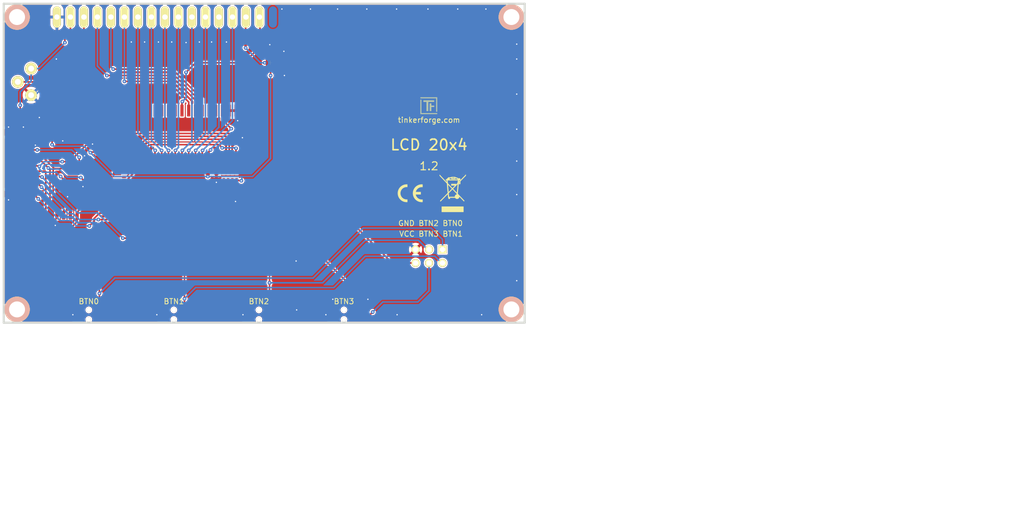
<source format=kicad_pcb>
(kicad_pcb (version 20221018) (generator pcbnew)
  (title_block (title "LCD 20x4 Bricklet") (date "21 jan 2013") (rev "1.1") (company "Tinkerforge GmbH") (comment 1 "Licensed under CERN OHL v.1.1") (comment 2 "Copyright (©) 2011, B.Nordmeyer <bastian@tinkerforge.com>"))
  (layers (0 "F.Cu" signal "Vorderseite") (31 "B.Cu" signal "Rückseite") (34 "B.Paste" user) (35 "F.Paste" user) (36 "B.SilkS" user "B.Silkscreen") (37 "F.SilkS" user "F.Silkscreen") (38 "B.Mask" user) (39 "F.Mask" user) (44 "Edge.Cuts" user))
  (net 0 "")
  (net 1 "+5V")
  (net 2 "BTN1")
  (net 3 "BTN2")
  (net 4 "BTN3")
  (net 5 "BTN4")
  (net 6 "DB0")
  (net 7 "DB1")
  (net 8 "DB2")
  (net 9 "DB3")
  (net 10 "DB4")
  (net 11 "DB5")
  (net 12 "DB6")
  (net 13 "DB7")
  (net 14 "EN")
  (net 15 "GND")
  (net 16 "RS")
  (net 17 "RW")
  (net 18 "SCL")
  (net 19 "SCL2")
  (net 20 "SDA")
  (net 21 "SDA2")
  (net 22 "SEL")
  (net 23 "SW-BACK")
  (net 24 "VCC")
  (net 25 "Net-(C3-Pad1)")
  (net 26 "Net-(FB1-Pad1)")
  (net 27 "Net-(Q1-PadD)")
  (net 28 "Net-(R2-Pad1)")
  (net 29 "Net-(RP1-Pad6)")
  (net 30 "Net-(RP1-Pad7)")
  (net 31 "Net-(RV1-Pad2)")
  (net 32 "Net-(U1-Pad7)")
  (net 33 "Net-(U2-Pad11)")
  (net 34 "Net-(U2-Pad14)")
  (net 35 "Net-(U2-Pad19)")
  (net 36 "Net-(U2-Pad20)")
  (net 37 "Net-(U2-Pad25)")
  (net 38 "Net-(U2-Pad26)")
  (net 39 "Net-(U2-Pad27)")
  (net 40 "Net-(U2-Pad28)")
  (footprint "kicad-libraries:3528-21" (layer "F.Cu") (at 143.42364 81.37652)
    (fp_text reference "C4")
    (fp_text value "100µF/6.3V")
  )
  (footprint "kicad-libraries:DRILL_NP" (layer "F.Cu") (at 187.42406 127.7747)
    (fp_text reference "U7" hide)
    (fp_text value "DRILL" hide)
  )
  (footprint "kicad-libraries:DRILL_NP" (layer "F.Cu") (at 187.42406 72.77608)
    (fp_text reference "U6" hide)
    (fp_text value "DRILL" hide)
  )
  (footprint "kicad-libraries:LCD-20x4" (layer "F.Cu") (at 140.92428 100.27666)
    (fp_text reference "U4")
    (fp_text value "LCD-20X4")
  )
  (footprint "kicad-libraries:DRILL_NP" (layer "F.Cu") (at 94.4245 72.77608)
    (fp_text reference "U5" hide)
    (fp_text value "DRILL" hide)
  )
  (footprint "kicad-libraries:SOIC8" (layer "F.Cu") (at 110.52556 101.5746 -90)
    (fp_text reference "U3")
    (fp_text value "PCA9306D")
  )
  (footprint "kicad-libraries:CON-SENSOR" (layer "F.Cu") (at 91.9226 100.27666 -90)
    (fp_text reference "P1")
    (fp_text value "CON-SENSOR")
  )
  (footprint "kicad-libraries:SOIC28" (layer "F.Cu") (at 128.62306 94.97568)
    (fp_text reference "U2")
    (fp_text value "MCP23017")
  )
  (footprint "kicad-libraries:SOT23GDS" (layer "F.Cu") (at 140.12418 76.9747 180)
    (fp_text reference "Q1")
    (fp_text value "2N7002")
  )
  (footprint "kicad-libraries:TACT-SWITCH" (layer "F.Cu") (at 123.92406 128.77546 180)
    (fp_text reference "SW2")
    (fp_text value "SW_PUSH")
  )
  (footprint "kicad-libraries:TACT-SWITCH" (layer "F.Cu") (at 139.92352 128.77546 180)
    (fp_text reference "SW3")
    (fp_text value "SW_PUSH")
  )
  (footprint "kicad-libraries:TACT-SWITCH" (layer "F.Cu") (at 107.9246 128.77546 180)
    (fp_text reference "SW1")
    (fp_text value "SW_PUSH")
  )
  (footprint "kicad-libraries:SOIC8" (layer "F.Cu") (at 103.82504 107.37342 180)
    (fp_text reference "U1")
    (fp_text value "M24C64")
  )
  (footprint "kicad-libraries:POT_36W" (layer "F.Cu") (at 95.67418 84.9757 -90)
    (fp_text reference "RV1")
    (fp_text value "10k")
  )
  (footprint "kicad-libraries:DRILL_NP" (layer "F.Cu") (at 94.4245 127.7747)
    (fp_text reference "U8" hide)
    (fp_text value "DRILL" hide)
  )
  (footprint "kicad-libraries:0603X4" (layer "F.Cu") (at 134.52602 102.67442 180)
    (fp_text reference "RP1")
    (fp_text value "4.7k")
  )
  (footprint "kicad-libraries:Logo_31x31" (layer "F.Cu") (at 170.3 87.875)
    (fp_text reference "Ref**" hide)
    (fp_text value "Val**" hide)
  )
  (footprint "kicad-libraries:Fiducial_Mark" (layer "F.Cu") (at 93.726 123.7742)
    (fp_text reference "Fiducial_Mark" hide)
    (fp_text value "VAL**" hide)
  )
  (footprint "kicad-libraries:Fiducial_Mark" (layer "F.Cu") (at 181.42458 73.27392)
    (fp_text reference "Fiducial_Mark" hide)
    (fp_text value "VAL**" hide)
  )
  (footprint "kicad-libraries:TACT-SWITCH" (layer "F.Cu") (at 155.92552 128.77292 180)
    (fp_text reference "SW4")
    (fp_text value "SW_PUSH")
  )
  (footprint "kicad-libraries:pin_array_3x2" (layer "F.Cu") (at 171.92498 117.77472 180)
    (fp_text reference "P2")
    (fp_text value "BTN-HEADER" hide)
  )
  (footprint "kicad-libraries:CE_5mm" (layer "F.Cu") (at 168.425 105.925)
    (fp_text reference "VAL" hide)
    (fp_text value "CE_5mm" hide)
  )
  (footprint "kicad-libraries:WEEE_7mm_back" (layer "F.Cu") (at 176.4 105.95 180)
    (fp_text reference "VAL" hide)
    (fp_text value "WEEE_7mm_back" hide)
  )
  (footprint "kicad-libraries:C0603" (layer "F.Cu") (at 103.52278 112.67694)
    (fp_text reference "C1")
    (fp_text value "100nF")
  )
  (footprint "kicad-libraries:C0603" (layer "F.Cu") (at 131.12496 102.07498)
    (fp_text reference "C2")
    (fp_text value "100nF")
  )
  (footprint "kicad-libraries:C0603" (layer "F.Cu") (at 110.52302 96.67494 180)
    (fp_text reference "C3")
    (fp_text value "100nF")
  )
  (footprint "kicad-libraries:C0603" (layer "F.Cu") (at 102.62362 76.47686)
    (fp_text reference "C5")
    (fp_text value "100nF")
  )
  (footprint "kicad-libraries:C0603" (layer "F.Cu") (at 99.32416 95.77578)
    (fp_text reference "FB1")
    (fp_text value "FB")
  )
  (footprint "kicad-libraries:R0603" (layer "F.Cu") (at 110.52556 98.19894)
    (fp_text reference "R1")
    (fp_text value "200k")
  )
  (footprint "kicad-libraries:R0603" (layer "F.Cu") (at 137.42416 76.9747 -90)
    (fp_text reference "R2")
    (fp_text value "10")
  )
  (gr_line (start 189.92342 130.2766) (end 189.92342 70.27418) (stroke (width 0.381)) (layer "Edge.Cuts"))
  (gr_line (start 91.92514 70.27418) (end 91.92514 130.2766) (stroke (width 0.381)) (layer "Edge.Cuts"))
  (gr_line (start 189.92342 70.27418) (end 91.92514 70.27418) (stroke (width 0.381)) (layer "Edge.Cuts"))
  (gr_line (start 91.92514 130.2766) (end 189.92342 130.2766) (stroke (width 0.381)) (layer "Edge.Cuts"))
  (gr_text " GND BTN2 BTN0" (at 171.82592 111.57458) (layer "F.SilkS") (effects (font (size 1.00076 1.00076) (thickness 0.14986))))
  (gr_text "BTN0" (at 107.9246 126.27356) (layer "F.SilkS") (effects (font (size 1.00076 1.00076) (thickness 0.14986))))
  (gr_text "BTN1" (at 123.92406 126.27356) (layer "F.SilkS") (effects (font (size 1.00076 1.00076) (thickness 0.14986))))
  (gr_text "BTN2" (at 139.92606 126.27356) (layer "F.SilkS") (effects (font (size 1.00076 1.00076) (thickness 0.14986))))
  (gr_text " VCC BTN3 BTN1" (at 171.92498 113.57356) (layer "F.SilkS") (effects (font (size 1.00076 1.00076) (thickness 0.14986))))
  (gr_text "tinkerforge.com" (at 171.925 92.15) (layer "F.SilkS") (effects (font (size 1.00076 1.00076) (thickness 0.14986))))
  (gr_text "BTN3" (at 155.92552 126.27356) (layer "F.SilkS") (effects (font (size 1.00076 1.00076) (thickness 0.14986))))
  (gr_text "LCD 20x4" (at 171.925 96.825) (layer "F.SilkS") (effects (font (size 1.99898 1.99898) (thickness 0.29972))))
  (gr_text "1.2" (at 171.925 100.825) (layer "F.SilkS") (effects (font (size 1.50114 1.50114) (thickness 0.20066))))
  (segment (start 130.32486 102.07498) (end 130.32486 99.77628) (width 0.29972) (layer "F.Cu") (net 1))
  (segment (start 130.32486 102.77348) (end 130.32232 102.77602) (width 0.29972) (layer "F.Cu") (net 1))
  (segment (start 136.5758 103.52532) (end 136.62406 103.57358) (width 0.29972) (layer "F.Cu") (net 1))
  (segment (start 108.32338 98.17608) (end 108.22432 98.27514) (width 0.29972) (layer "F.Cu") (net 1))
  (segment (start 137.42416 77.7748) (end 137.42416 78.5749) (width 0.29972) (layer "F.Cu") (net 1))
  (segment (start 130.52552 98.07448) (end 130.52552 99.57562) (width 0.29972) (layer "F.Cu") (net 1))
  (segment (start 134.9248 103.52532) (end 135.7249 103.52532) (width 0.29972) (layer "F.Cu") (net 1))
  (segment (start 100.12426 95.17634) (end 95.02394 90.07602) (width 0.29972) (layer "F.Cu") (net 1))
  (segment (start 133.32714 103.52532) (end 134.12724 103.52532) (width 0.29972) (layer "F.Cu") (net 1))
  (segment (start 103.42372 76.47686) (end 103.52278 76.47686) (width 0.29972) (layer "F.Cu") (net 1))
  (segment (start 130.32486 102.07498) (end 130.32486 102.77348) (width 0.29972) (layer "F.Cu") (net 1))
  (segment (start 109.72292 98.17608) (end 108.32338 98.17608) (width 0.29972) (layer "F.Cu") (net 1))
  (segment (start 101.02342 95.9739) (end 101.02342 96.77654) (width 0.29972) (layer "F.Cu") (net 1))
  (segment (start 130.32486 99.77628) (end 130.52552 99.57562) (width 0.29972) (layer "F.Cu") (net 1))
  (segment (start 103.52278 76.47686) (end 104.46512 75.53452) (width 0.29972) (layer "F.Cu") (net 1))
  (segment (start 100.12426 95.77578) (end 100.12426 95.17634) (width 0.29972) (layer "F.Cu") (net 1))
  (segment (start 100.8253 95.77578) (end 101.02342 95.9739) (width 0.29972) (layer "F.Cu") (net 1))
  (segment (start 95.02394 90.07602) (end 95.02394 89.37498) (width 0.29972) (layer "F.Cu") (net 1))
  (segment (start 141.02334 81.37652) (end 142.12316 81.37652) (width 0.29972) (layer "F.Cu") (net 1))
  (segment (start 133.06552 92.11564) (end 134.72414 93.77426) (width 0.29972) (layer "F.Cu") (net 1))
  (segment (start 130.82524 97.77476) (end 130.52552 98.07448) (width 0.29972) (layer "F.Cu") (net 1))
  (segment (start 142.12316 83.77428) (end 142.12316 81.37652) (width 0.29972) (layer "F.Cu") (net 1))
  (segment (start 135.7249 103.52532) (end 136.5758 103.52532) (width 0.29972) (layer "F.Cu") (net 1))
  (segment (start 103.42372 76.47686) (end 103.42372 77.57668) (width 0.29972) (layer "F.Cu") (net 1))
  (segment (start 134.12724 103.52532) (end 134.9248 103.52532) (width 0.29972) (layer "F.Cu") (net 1))
  (segment (start 133.06552 90.37574) (end 133.06552 92.11564) (width 0.29972) (layer "F.Cu") (net 1))
  (segment (start 104.46512 75.53452) (end 104.46512 72.77608) (width 0.29972) (layer "F.Cu") (net 1))
  (segment (start 100.12426 95.77578) (end 100.8253 95.77578) (width 0.29972) (layer "F.Cu") (net 1))
  (via (at 108.22432 98.27514) (size 0.70104) (drill 0.24892) (layers "F.Cu" "B.Cu") (net 1))
  (via (at 134.72414 93.77426) (size 0.70104) (drill 0.24892) (layers "F.Cu" "B.Cu") (net 1))
  (via (at 130.82524 97.77476) (size 0.70104) (drill 0.24892) (layers "F.Cu" "B.Cu") (net 1))
  (via (at 141.02334 81.37652) (size 0.70104) (drill 0.24892) (layers "F.Cu" "B.Cu") (net 1))
  (via (at 101.02342 96.77654) (size 0.70104) (drill 0.24892) (layers "F.Cu" "B.Cu") (net 1))
  (via (at 130.32232 102.77602) (size 0.70104) (drill 0.24892) (layers "F.Cu" "B.Cu") (net 1))
  (via (at 136.62406 103.57358) (size 0.70104) (drill 0.24892) (layers "F.Cu" "B.Cu") (net 1))
  (via (at 137.42416 78.5749) (size 0.70104) (drill 0.24892) (layers "F.Cu" "B.Cu") (net 1))
  (via (at 103.42372 77.57668) (size 0.70104) (drill 0.24892) (layers "F.Cu" "B.Cu") (net 1))
  (via (at 142.12316 83.77428) (size 0.70104) (drill 0.24892) (layers "F.Cu" "B.Cu") (net 1))
  (via (at 95.02394 89.37498) (size 0.70104) (drill 0.24892) (layers "F.Cu" "B.Cu") (net 1))
  (segment (start 136.62406 103.57358) (end 136.72566 103.47198) (width 0.29972) (layer "B.Cu") (net 1))
  (segment (start 136.72566 102.77602) (end 134.52348 102.77602) (width 0.29972) (layer "B.Cu") (net 1))
  (segment (start 134.72414 93.77426) (end 130.82524 97.67316) (width 0.29972) (layer "B.Cu") (net 1))
  (segment (start 103.42372 77.57668) (end 98.52406 82.47634) (width 0.29972) (layer "B.Cu") (net 1))
  (segment (start 138.72464 102.77602) (end 136.72566 102.77602) (width 0.29972) (layer "B.Cu") (net 1))
  (segment (start 98.52406 82.47634) (end 97.07372 82.47634) (width 0.29972) (layer "B.Cu") (net 1))
  (segment (start 108.22432 98.27768) (end 107.0229 97.07626) (width 0.29972) (layer "B.Cu") (net 1))
  (segment (start 97.07372 84.82584) (end 97.07372 82.47634) (width 0.29972) (layer "B.Cu") (net 1))
  (segment (start 112.72266 102.77602) (end 108.22432 98.27768) (width 0.29972) (layer "B.Cu") (net 1))
  (segment (start 101.32314 97.07626) (end 101.02342 96.77654) (width 0.29972) (layer "B.Cu") (net 1))
  (segment (start 95.02394 89.37498) (end 95.02394 86.87562) (width 0.29972) (layer "B.Cu") (net 1))
  (segment (start 107.0229 97.07626) (end 101.32314 97.07626) (width 0.29972) (layer "B.Cu") (net 1))
  (segment (start 95.02394 86.87562) (end 97.07372 84.82584) (width 0.29972) (layer "B.Cu") (net 1))
  (segment (start 130.32232 102.77602) (end 112.72266 102.77602) (width 0.29972) (layer "B.Cu") (net 1))
  (segment (start 134.52348 102.77602) (end 130.32232 102.77602) (width 0.29972) (layer "B.Cu") (net 1))
  (segment (start 138.72464 102.77602) (end 142.12316 99.3775) (width 0.29972) (layer "B.Cu") (net 1))
  (segment (start 108.22432 98.27514) (end 108.22432 98.27768) (width 0.29972) (layer "B.Cu") (net 1))
  (segment (start 136.72566 103.47198) (end 136.72566 102.77602) (width 0.29972) (layer "B.Cu") (net 1))
  (segment (start 142.12316 99.3775) (end 142.12316 83.77428) (width 0.29972) (layer "B.Cu") (net 1))
  (segment (start 137.42416 78.5749) (end 140.22578 81.37652) (width 0.29972) (layer "B.Cu") (net 1))
  (segment (start 140.22578 81.37652) (end 141.02334 81.37652) (width 0.29972) (layer "B.Cu") (net 1))
  (segment (start 130.82524 97.67316) (end 130.82524 97.77476) (width 0.29972) (layer "B.Cu") (net 1))
  (segment (start 99.82454 111.47552) (end 109.92358 121.57456) (width 0.29972) (layer "F.Cu") (net 2))
  (segment (start 109.92358 121.57456) (end 109.92358 124.77496) (width 0.29972) (layer "F.Cu") (net 2))
  (segment (start 99.82454 101.87686) (end 99.82454 111.47552) (width 0.29972) (layer "F.Cu") (net 2))
  (segment (start 96.6978 101.7778) (end 99.72548 101.7778) (width 0.29972) (layer "F.Cu") (net 2))
  (segment (start 109.92358 124.77496) (end 109.92358 128.77546) (width 0.29972) (layer "F.Cu") (net 2))
  (segment (start 99.72548 101.7778) (end 99.82454 101.87686) (width 0.29972) (layer "F.Cu") (net 2))
  (via (at 109.92358 124.77496) (size 0.70104) (drill 0.24892) (layers "F.Cu" "B.Cu") (net 2))
  (segment (start 109.92358 124.77496) (end 112.82426 121.87428) (width 0.29972) (layer "B.Cu") (net 2))
  (segment (start 174.46498 114.61496) (end 174.46498 116.50472) (width 0.29972) (layer "B.Cu") (net 2))
  (segment (start 159.5247 112.47374) (end 172.32376 112.47374) (width 0.29972) (layer "B.Cu") (net 2))
  (segment (start 112.82426 121.87428) (end 150.12416 121.87428) (width 0.29972) (layer "B.Cu") (net 2))
  (segment (start 150.12416 121.87428) (end 155.12542 116.87302) (width 0.29972) (layer "B.Cu") (net 2))
  (segment (start 172.32376 112.47374) (end 174.46498 114.61496) (width 0.29972) (layer "B.Cu") (net 2))
  (segment (start 155.12542 116.87302) (end 159.5247 112.47374) (width 0.29972) (layer "B.Cu") (net 2))
  (segment (start 114.3254 114.37366) (end 114.3254 114.3762) (width 0.29972) (layer "F.Cu") (net 3))
  (segment (start 114.3254 114.3762) (end 121.22404 114.3762) (width 0.29972) (layer "F.Cu") (net 3))
  (segment (start 125.92304 125.77318) (end 125.92304 128.77546) (width 0.29972) (layer "F.Cu") (net 3))
  (segment (start 99.02444 102.77602) (end 99.1235 102.87508) (width 0.29972) (layer "F.Cu") (net 3))
  (segment (start 125.92304 119.0752) (end 125.92304 125.77318) (width 0.29972) (layer "F.Cu") (net 3))
  (segment (start 125.92558 125.77318) (end 125.92304 125.77318) (width 0.29972) (layer "F.Cu") (net 3))
  (segment (start 121.22404 114.3762) (end 125.92304 119.0752) (width 0.29972) (layer "F.Cu") (net 3))
  (segment (start 96.6978 102.77602) (end 99.02444 102.77602) (width 0.29972) (layer "F.Cu") (net 3))
  (via (at 114.3254 114.37366) (size 0.70104) (drill 0.24892) (layers "F.Cu" "B.Cu") (net 3))
  (via (at 125.92558 125.77318) (size 0.70104) (drill 0.24892) (layers "F.Cu" "B.Cu") (net 3))
  (via (at 99.1235 102.87508) (size 0.70104) (drill 0.24892) (layers "F.Cu" "B.Cu") (net 3))
  (segment (start 174.46498 119.04472) (end 174.29734 119.04472) (width 0.29972) (layer "B.Cu") (net 3))
  (segment (start 105.87482 109.6264) (end 107.57662 109.6264) (width 0.29972) (layer "B.Cu") (net 3))
  (segment (start 99.1235 102.87508) (end 105.87482 109.6264) (width 0.29972) (layer "B.Cu") (net 3))
  (segment (start 128.02362 123.67514) (end 125.92558 125.77318) (width 0.29972) (layer "B.Cu") (net 3))
  (segment (start 173.02734 117.77472) (end 159.92348 117.77472) (width 0.29972) (layer "B.Cu") (net 3))
  (segment (start 154.02306 123.67514) (end 128.02362 123.67514) (width 0.29972) (layer "B.Cu") (net 3))
  (segment (start 159.92348 117.77472) (end 156.92374 120.77446) (width 0.29972) (layer "B.Cu") (net 3))
  (segment (start 174.29734 119.04472) (end 173.02734 117.77472) (width 0.29972) (layer "B.Cu") (net 3))
  (segment (start 109.5756 109.6264) (end 114.32286 114.37366) (width 0.29972) (layer "B.Cu") (net 3))
  (segment (start 156.92374 120.77446) (end 154.02306 123.67514) (width 0.29972) (layer "B.Cu") (net 3))
  (segment (start 114.32286 114.37366) (end 114.3254 114.37366) (width 0.29972) (layer "B.Cu") (net 3))
  (segment (start 107.57662 109.6264) (end 109.5756 109.6264) (width 0.29972) (layer "B.Cu") (net 3))
  (segment (start 109.72546 110.87354) (end 126.02464 110.87354) (width 0.29972) (layer "F.Cu") (net 4))
  (segment (start 132.02158 110.87354) (end 132.12318 110.97514) (width 0.29972) (layer "F.Cu") (net 4))
  (segment (start 141.92504 122.77344) (end 141.9225 122.77344) (width 0.29972) (layer "F.Cu") (net 4))
  (segment (start 141.9225 120.77446) (end 141.9225 122.77344) (width 0.29972) (layer "F.Cu") (net 4))
  (segment (start 96.6978 103.77678) (end 98.02622 103.77678) (width 0.29972) (layer "F.Cu") (net 4))
  (segment (start 132.12318 110.97514) (end 132.12572 110.97514) (width 0.29972) (layer "F.Cu") (net 4))
  (segment (start 141.9225 122.77344) (end 141.9225 128.77546) (width 0.29972) (layer "F.Cu") (net 4))
  (segment (start 132.12572 110.97514) (end 132.12572 110.97768) (width 0.29972) (layer "F.Cu") (net 4))
  (segment (start 132.12572 110.97768) (end 141.9225 120.77446) (width 0.29972) (layer "F.Cu") (net 4))
  (segment (start 98.02622 103.77678) (end 99.02444 104.775) (width 0.29972) (layer "F.Cu") (net 4))
  (segment (start 126.02464 110.87354) (end 132.02158 110.87354) (width 0.29972) (layer "F.Cu") (net 4))
  (via (at 141.92504 122.77344) (size 0.70104) (drill 0.24892) (layers "F.Cu" "B.Cu") (net 4))
  (via (at 99.02444 104.775) (size 0.70104) (drill 0.24892) (layers "F.Cu" "B.Cu") (net 4))
  (via (at 109.72546 110.87354) (size 0.70104) (drill 0.24892) (layers "F.Cu" "B.Cu") (net 4))
  (segment (start 171.92498 116.50472) (end 171.65574 116.50472) (width 0.29972) (layer "B.Cu") (net 4))
  (segment (start 159.92348 114.77498) (end 156.62402 118.07444) (width 0.29972) (layer "B.Cu") (net 4))
  (segment (start 151.92502 122.77344) (end 141.92504 122.77344) (width 0.29972) (layer "B.Cu") (net 4))
  (segment (start 106.12628 110.87354) (end 107.1245 110.87354) (width 0.29972) (layer "B.Cu") (net 4))
  (segment (start 99.02444 104.775) (end 104.0257 109.77626) (width 0.29972) (layer "B.Cu") (net 4))
  (segment (start 156.62402 118.07444) (end 151.92502 122.77344) (width 0.29972) (layer "B.Cu") (net 4))
  (segment (start 169.926 114.77498) (end 159.92348 114.77498) (width 0.29972) (layer "B.Cu") (net 4))
  (segment (start 107.1245 110.87354) (end 109.72546 110.87354) (width 0.29972) (layer "B.Cu") (net 4))
  (segment (start 171.65574 116.50472) (end 169.926 114.77498) (width 0.29972) (layer "B.Cu") (net 4))
  (segment (start 105.029 109.77626) (end 106.12628 110.87354) (width 0.29972) (layer "B.Cu") (net 4))
  (segment (start 104.0257 109.77626) (end 105.029 109.77626) (width 0.29972) (layer "B.Cu") (net 4))
  (segment (start 109.92612 109.67466) (end 143.52524 109.67466) (width 0.29972) (layer "F.Cu") (net 5))
  (segment (start 108.92536 110.67542) (end 109.92612 109.67466) (width 0.29972) (layer "F.Cu") (net 5))
  (segment (start 96.6978 104.77754) (end 96.6978 105.24744) (width 0.29972) (layer "F.Cu") (net 5))
  (segment (start 143.52524 109.67466) (end 157.9245 124.07392) (width 0.29972) (layer "F.Cu") (net 5))
  (segment (start 160.82772 128.77292) (end 161.32556 128.27508) (width 0.29972) (layer "F.Cu") (net 5))
  (segment (start 108.92536 111.1758) (end 108.92536 110.67542) (width 0.29972) (layer "F.Cu") (net 5))
  (segment (start 96.6978 105.24744) (end 98.425 106.97464) (width 0.29972) (layer "F.Cu") (net 5))
  (segment (start 108.0262 112.07496) (end 108.92536 111.1758) (width 0.29972) (layer "F.Cu") (net 5))
  (segment (start 157.9245 124.07392) (end 157.9245 128.77292) (width 0.29972) (layer "F.Cu") (net 5))
  (segment (start 160.82772 128.77292) (end 157.9245 128.77292) (width 0.29972) (layer "F.Cu") (net 5))
  (via (at 98.425 106.97464) (size 0.70104) (drill 0.24892) (layers "F.Cu" "B.Cu") (net 5))
  (via (at 161.32556 128.27508) (size 0.70104) (drill 0.24892) (layers "F.Cu" "B.Cu") (net 5))
  (via (at 108.0262 112.07496) (size 0.70104) (drill 0.24892) (layers "F.Cu" "B.Cu") (net 5))
  (segment (start 161.32556 128.27508) (end 163.22548 126.37516) (width 0.29972) (layer "B.Cu") (net 5))
  (segment (start 171.92498 124.27458) (end 171.92498 122.04446) (width 0.29972) (layer "B.Cu") (net 5))
  (segment (start 104.62514 111.0742) (end 105.6259 112.07496) (width 0.29972) (layer "B.Cu") (net 5))
  (segment (start 171.92498 119.50446) (end 171.92498 119.47144) (width 0.29972) (layer "B.Cu") (net 5))
  (segment (start 171.92498 119.04472) (end 171.92498 122.04446) (width 0.29972) (layer "B.Cu") (net 5))
  (segment (start 169.8244 126.37516) (end 171.92498 124.27458) (width 0.29972) (layer "B.Cu") (net 5))
  (segment (start 102.52456 111.0742) (end 104.62514 111.0742) (width 0.29972) (layer "B.Cu") (net 5))
  (segment (start 98.425 106.97464) (end 102.52456 111.0742) (width 0.29972) (layer "B.Cu") (net 5))
  (segment (start 163.22548 126.37516) (end 169.8244 126.37516) (width 0.29972) (layer "B.Cu") (net 5))
  (segment (start 106.22534 112.07496) (end 108.0262 112.07496) (width 0.29972) (layer "B.Cu") (net 5))
  (segment (start 105.6259 112.07496) (end 106.22534 112.07496) (width 0.29972) (layer "B.Cu") (net 5))
  (segment (start 120.3706 99.57562) (end 120.3706 97.9297) (width 0.29972) (layer "F.Cu") (net 6))
  (segment (start 120.3706 97.9297) (end 120.42394 97.87636) (width 0.29972) (layer "F.Cu") (net 6))
  (via (at 120.42394 97.87636) (size 0.70104) (drill 0.24892) (layers "F.Cu" "B.Cu") (net 6))
  (segment (start 120.42394 97.87636) (end 117.16512 94.61754) (width 0.29972) (layer "B.Cu") (net 6))
  (segment (start 117.16512 94.61754) (end 117.16512 72.77608) (width 0.29972) (layer "B.Cu") (net 6))
  (segment (start 121.6406 97.8916) (end 121.62536 97.87636) (width 0.29972) (layer "F.Cu") (net 7))
  (segment (start 121.6406 99.57562) (end 121.6406 97.8916) (width 0.29972) (layer "F.Cu") (net 7))
  (via (at 121.62536 97.87636) (size 0.70104) (drill 0.24892) (layers "F.Cu" "B.Cu") (net 7))
  (segment (start 121.62536 97.87636) (end 119.70512 95.95612) (width 0.29972) (layer "B.Cu") (net 7))
  (segment (start 119.70512 95.95612) (end 119.70512 72.77608) (width 0.29972) (layer "B.Cu") (net 7))
  (segment (start 122.9106 99.57562) (end 122.9106 97.88906) (width 0.29972) (layer "F.Cu") (net 8))
  (segment (start 122.9106 97.88906) (end 122.9233 97.87636) (width 0.29972) (layer "F.Cu") (net 8))
  (via (at 122.9233 97.87636) (size 0.70104) (drill 0.24892) (layers "F.Cu" "B.Cu") (net 8))
  (segment (start 122.24512 97.19818) (end 122.24512 72.77608) (width 0.29972) (layer "B.Cu") (net 8))
  (segment (start 122.9233 97.87636) (end 122.24512 97.19818) (width 0.29972) (layer "B.Cu") (net 8))
  (segment (start 124.1806 97.91954) (end 124.22378 97.87636) (width 0.29972) (layer "F.Cu") (net 9))
  (segment (start 124.1806 99.57562) (end 124.1806 97.91954) (width 0.29972) (layer "F.Cu") (net 9))
  (via (at 124.22378 97.87636) (size 0.70104) (drill 0.24892) (layers "F.Cu" "B.Cu") (net 9))
  (segment (start 124.78512 97.31502) (end 124.78512 72.77608) (width 0.29972) (layer "B.Cu") (net 9))
  (segment (start 124.22378 97.87636) (end 124.78512 97.31502) (width 0.29972) (layer "B.Cu") (net 9))
  (segment (start 125.4506 97.95002) (end 125.52426 97.87636) (width 0.29972) (layer "F.Cu") (net 10))
  (segment (start 125.4506 99.57562) (end 125.4506 97.95002) (width 0.29972) (layer "F.Cu") (net 10))
  (via (at 125.52426 97.87636) (size 0.70104) (drill 0.24892) (layers "F.Cu" "B.Cu") (net 10))
  (segment (start 127.32512 96.0755) (end 127.32512 72.77608) (width 0.29972) (layer "B.Cu") (net 10))
  (segment (start 125.52426 97.87636) (end 127.32512 96.0755) (width 0.29972) (layer "B.Cu") (net 10))
  (segment (start 126.7206 97.8789) (end 126.72314 97.87636) (width 0.29972) (layer "F.Cu") (net 11))
  (segment (start 126.7206 99.57562) (end 126.7206 97.8789) (width 0.29972) (layer "F.Cu") (net 11))
  (via (at 126.72314 97.87636) (size 0.70104) (drill 0.24892) (layers "F.Cu" "B.Cu") (net 11))
  (segment (start 129.86512 94.73438) (end 129.86512 72.77608) (width 0.29972) (layer "B.Cu") (net 11))
  (segment (start 126.72314 97.87636) (end 129.86512 94.73438) (width 0.29972) (layer "B.Cu") (net 11))
  (segment (start 127.9906 97.90938) (end 128.02362 97.87636) (width 0.29972) (layer "F.Cu") (net 12))
  (segment (start 127.9906 99.57562) (end 127.9906 97.90938) (width 0.29972) (layer "F.Cu") (net 12))
  (via (at 128.02362 97.87636) (size 0.70104) (drill 0.24892) (layers "F.Cu" "B.Cu") (net 12))
  (segment (start 132.40512 93.49486) (end 132.40512 72.77608) (width 0.29972) (layer "B.Cu") (net 12))
  (segment (start 128.02362 97.87636) (end 132.40512 93.49486) (width 0.29972) (layer "B.Cu") (net 12))
  (segment (start 129.25552 99.57562) (end 129.25552 97.94494) (width 0.29972) (layer "F.Cu") (net 13))
  (segment (start 129.25552 97.94494) (end 129.3241 97.87636) (width 0.29972) (layer "F.Cu") (net 13))
  (via (at 129.3241 97.87636) (size 0.70104) (drill 0.24892) (layers "F.Cu" "B.Cu") (net 13))
  (segment (start 129.3241 97.87636) (end 134.94512 92.25534) (width 0.29972) (layer "B.Cu") (net 13))
  (segment (start 134.94512 92.25534) (end 134.94512 72.77608) (width 0.29972) (layer "B.Cu") (net 13))
  (segment (start 122.82424 84.87664) (end 114.62512 84.87664) (width 0.29972) (layer "F.Cu") (net 14))
  (segment (start 126.7206 90.37574) (end 126.7206 88.773) (width 0.29972) (layer "F.Cu") (net 14))
  (segment (start 126.7206 88.773) (end 122.82424 84.87664) (width 0.29972) (layer "F.Cu") (net 14))
  (via (at 114.62512 84.87664) (size 0.70104) (drill 0.24892) (layers "F.Cu" "B.Cu") (net 14))
  (segment (start 114.62512 84.87664) (end 114.62512 72.77608) (width 0.29972) (layer "B.Cu") (net 14))
  (segment (start 96.6978 96.77654) (end 95.67418 96.77654) (width 0.29972) (layer "F.Cu") (net 15))
  (segment (start 131.79552 101.94544) (end 131.92506 102.07498) (width 0.29972) (layer "F.Cu") (net 15))
  (segment (start 95.37446 96.47682) (end 95.37446 93.72346) (width 0.29972) (layer "F.Cu") (net 15))
  (segment (start 118.42242 77.47508) (end 121.02338 77.47508) (width 0.29972) (layer "F.Cu") (net 15))
  (segment (start 102.72268 112.67694) (end 102.3239 112.67694) (width 0.29972) (layer "F.Cu") (net 15))
  (segment (start 128.72466 77.47508) (end 131.02336 77.47508) (width 0.29972) (layer "F.Cu") (net 15))
  (segment (start 126.32436 77.47508) (end 126.22276 77.57668) (width 0.29972) (layer "F.Cu") (net 15))
  (segment (start 128.72466 77.47508) (end 126.32436 77.47508) (width 0.29972) (layer "F.Cu") (net 15))
  (segment (start 101.82352 72.87768) (end 101.92512 72.77608) (width 0.29972) (layer "F.Cu") (net 15))
  (segment (start 143.37284 77.97546) (end 144.62252 79.22514) (width 0.29972) (layer "F.Cu") (net 15))
  (segment (start 144.72412 79.32674) (end 144.62252 79.22514) (width 0.29972) (layer "F.Cu") (net 15))
  (segment (start 107.87634 99.62642) (end 108.34878 99.62642) (width 0.29972) (layer "F.Cu") (net 15))
  (segment (start 101.92258 105.3719) (end 103.124 106.57332) (width 0.29972) (layer "F.Cu") (net 15))
  (segment (start 131.79552 99.57562) (end 131.79552 101.94544) (width 0.29972) (layer "F.Cu") (net 15))
  (segment (start 115.92306 77.47508) (end 118.42242 77.47508) (width 0.29972) (layer "F.Cu") (net 15))
  (segment (start 101.82352 76.47686) (end 101.82352 72.87768) (width 0.29972) (layer "F.Cu") (net 15))
  (segment (start 181.8259 124.67336) (end 181.8259 128.77546) (width 0.29972) (layer "F.Cu") (net 15))
  (segment (start 140.52296 76.9747) (end 134.32282 76.9747) (width 0.29972) (layer "F.Cu") (net 15))
  (segment (start 121.02338 77.47508) (end 123.52274 77.47508) (width 0.29972) (layer "F.Cu") (net 15))
  (segment (start 126.22276 77.57668) (end 123.62434 77.57668) (width 0.29972) (layer "F.Cu") (net 15))
  (segment (start 106.82224 104.67594) (end 105.7275 104.67594) (width 0.29972) (layer "F.Cu") (net 15))
  (segment (start 131.02336 77.47508) (end 133.82244 77.47508) (width 0.29972) (layer "F.Cu") (net 15))
  (segment (start 141.9733 77.97546) (end 143.37284 77.97546) (width 0.29972) (layer "F.Cu") (net 15))
  (segment (start 102.3239 112.67694) (end 101.62286 111.9759) (width 0.29972) (layer "F.Cu") (net 15))
  (segment (start 101.92258 104.67594) (end 101.92258 105.3719) (width 0.29972) (layer "F.Cu") (net 15))
  (segment (start 105.92562 128.77546) (end 104.92486 128.77546) (width 0.29972) (layer "F.Cu") (net 15))
  (segment (start 144.72412 81.37652) (end 144.72412 83.77428) (width 0.29972) (layer "F.Cu") (net 15))
  (segment (start 165.8239 71.27494) (end 160.2232 71.27494) (width 0.29972) (layer "F.Cu") (net 15))
  (segment (start 154.7241 71.27494) (end 149.62378 71.27494) (width 0.29972) (layer "F.Cu") (net 15))
  (segment (start 182.92572 71.57466) (end 182.92572 74.67346) (width 0.29972) (layer "F.Cu") (net 15))
  (segment (start 136.92378 128.77546) (end 137.92454 128.77546) (width 0.29972) (layer "F.Cu") (net 15))
  (segment (start 123.62434 77.57668) (end 123.52274 77.47508) (width 0.29972) (layer "F.Cu") (net 15))
  (segment (start 147.02536 118.77548) (end 147.02536 127.87376) (width 0.29972) (layer "F.Cu") (net 15))
  (segment (start 101.82352 80.67548) (end 101.82352 76.47686) (width 0.29972) (layer "F.Cu") (net 15))
  (segment (start 103.0224 97.07626) (end 103.0224 96.0755) (width 0.29972) (layer "F.Cu") (net 15))
  (segment (start 103.0224 96.0755) (end 98.62312 91.67622) (width 0.29972) (layer "F.Cu") (net 15))
  (segment (start 141.01318 77.46492) (end 141.01318 77.9907) (width 0.29972) (layer "F.Cu") (net 15))
  (segment (start 92.82176 93.47708) (end 92.8243 93.47454) (width 0.29972) (layer "F.Cu") (net 15))
  (segment (start 92.82176 94.47784) (end 92.82176 93.47708) (width 0.29972) (layer "F.Cu") (net 15))
  (segment (start 120.72366 128.77546) (end 121.92508 128.77546) (width 0.29972) (layer "F.Cu") (net 15))
  (segment (start 131.92506 102.07498) (end 131.92506 103.87584) (width 0.29972) (layer "F.Cu") (net 15))
  (segment (start 95.67418 96.77654) (end 95.37446 96.47682) (width 0.29972) (layer "F.Cu") (net 15))
  (segment (start 135.92556 92.27312) (end 135.60552 91.95308) (width 0.29972) (layer "F.Cu") (net 15))
  (segment (start 92.8243 107.1753) (end 92.82176 107.17276) (width 0.29972) (layer "F.Cu") (net 15))
  (segment (start 177.32502 71.27494) (end 171.72432 71.27494) (width 0.29972) (layer "F.Cu") (net 15))
  (segment (start 109.72292 96.67494) (end 108.6231 96.67494) (width 0.29972) (layer "F.Cu") (net 15))
  (segment (start 144.72412 81.37652) (end 144.72412 79.32674) (width 0.29972) (layer "F.Cu") (net 15))
  (segment (start 92.82176 107.17276) (end 92.82176 106.07548) (width 0.29972) (layer "F.Cu") (net 15))
  (segment (start 165.92296 127.57404) (end 164.2237 125.87478) (width 0.29972) (layer "F.Cu") (net 15))
  (segment (start 182.92572 71.57466) (end 182.626 71.27494) (width 0.29972) (layer "F.Cu") (net 15))
  (segment (start 105.7275 104.67594) (end 104.4575 104.67594) (width 0.29972) (layer "F.Cu") (net 15))
  (segment (start 96.6978 96.77654) (end 97.77476 96.77654) (width 0.29972) (layer "F.Cu") (net 15))
  (segment (start 188.42482 99.87534) (end 188.42482 93.87586) (width 0.29972) (layer "F.Cu") (net 15))
  (segment (start 97.77476 96.77654) (end 97.87382 96.8756) (width 0.29972) (layer "F.Cu") (net 15))
  (segment (start 135.60552 90.37574) (end 135.60552 91.95308) (width 0.29972) (layer "F.Cu") (net 15))
  (segment (start 139.02436 97.67316) (end 136.82472 95.47352) (width 0.29972) (layer "F.Cu") (net 15))
  (segment (start 134.32282 76.9747) (end 133.82244 77.47508) (width 0.29972) (layer "F.Cu") (net 15))
  (segment (start 147.02536 118.77548) (end 146.92376 118.67388) (width 0.29972) (layer "F.Cu") (net 15))
  (segment (start 95.37446 93.72346) (end 95.62338 93.47454) (width 0.29972) (layer "F.Cu") (net 15))
  (segment (start 108.6231 96.67494) (end 108.52404 96.67494) (width 0.29972) (layer "F.Cu") (net 15))
  (segment (start 164.2237 125.87478) (end 160.4264 125.87478) (width 0.29972) (layer "F.Cu") (net 15))
  (segment (start 153.82494 125.87478) (end 152.52446 127.17526) (width 0.29972) (layer "F.Cu") (net 15))
  (segment (start 103.124 106.57332) (end 103.9241 106.57332) (width 0.29972) (layer "F.Cu") (net 15))
  (segment (start 165.92296 128.77546) (end 165.92296 127.57404) (width 0.29972) (layer "F.Cu") (net 15))
  (segment (start 92.82176 106.07548) (end 92.82176 94.47784) (width 0.29972) (layer "F.Cu") (net 15))
  (segment (start 107.87634 99.62642) (end 107.1245 98.87458) (width 0.29972) (layer "F.Cu") (net 15))
  (segment (start 139.02436 103.9749) (end 139.02436 97.67316) (width 0.29972) (layer "F.Cu") (net 15))
  (segment (start 139.02436 103.9749) (end 135.52424 107.47502) (width 0.29972) (layer "F.Cu") (net 15))
  (segment (start 107.1245 98.07448) (end 107.1245 98.87458) (width 0.29972) (layer "F.Cu") (net 15))
  (segment (start 188.42482 113.87582) (end 188.42482 106.17454) (width 0.29972) (layer "F.Cu") (net 15))
  (segment (start 106.82478 104.6734) (end 106.82224 104.67594) (width 0.29972) (layer "F.Cu") (net 15))
  (segment (start 108.52404 96.67494) (end 107.1245 98.07448) (width 0.29972) (layer "F.Cu") (net 15))
  (segment (start 141.95806 77.9907) (end 141.9733 77.97546) (width 0.29972) (layer "F.Cu") (net 15))
  (segment (start 188.42482 122.37466) (end 184.1246 122.37466) (width 0.29972) (layer "F.Cu") (net 15))
  (segment (start 182.92572 74.67346) (end 186.12612 77.87386) (width 0.29972) (layer "F.Cu") (net 15))
  (segment (start 152.52446 127.17526) (end 152.52446 128.77546) (width 0.29972) (layer "F.Cu") (net 15))
  (segment (start 141.01318 77.9907) (end 141.95806 77.9907) (width 0.29972) (layer "F.Cu") (net 15))
  (segment (start 188.42482 77.87386) (end 186.12612 77.87386) (width 0.29972) (layer "F.Cu") (net 15))
  (segment (start 181.8259 124.67336) (end 184.1246 122.37466) (width 0.29972) (layer "F.Cu") (net 15))
  (segment (start 135.60552 90.37574) (end 134.33552 90.37574) (width 0.29972) (layer "F.Cu") (net 15))
  (segment (start 141.01318 77.46492) (end 140.52296 76.9747) (width 0.29972) (layer "F.Cu") (net 15))
  (segment (start 188.42482 87.2744) (end 188.42482 80.67548) (width 0.29972) (layer "F.Cu") (net 15))
  (via (at 106.82478 104.6734) (size 0.70104) (drill 0.24892) (layers "F.Cu" "B.Cu") (net 15))
  (via (at 165.92296 128.77546) (size 0.70104) (drill 0.24892) (layers "F.Cu" "B.Cu") (net 15))
  (via (at 147.02536 127.87376) (size 0.70104) (drill 0.24892) (layers "F.Cu" "B.Cu") (net 15))
  (via (at 160.4264 125.87478) (size 0.70104) (drill 0.24892) (layers "F.Cu" "B.Cu") (net 15))
  (via (at 120.72366 128.77546) (size 0.70104) (drill 0.24892) (layers "F.Cu" "B.Cu") (net 15))
  (via (at 188.42482 93.87586) (size 0.70104) (drill 0.24892) (layers "F.Cu" "B.Cu") (net 15))
  (via (at 146.92376 118.67388) (size 0.70104) (drill 0.24892) (layers "F.Cu" "B.Cu") (net 15))
  (via (at 133.82244 77.47508) (size 0.70104) (drill 0.24892) (layers "F.Cu" "B.Cu") (net 15))
  (via (at 153.82494 125.87478) (size 0.70104) (drill 0.24892) (layers "F.Cu" "B.Cu") (net 15))
  (via (at 126.22276 77.57668) (size 0.70104) (drill 0.24892) (layers "F.Cu" "B.Cu") (net 15))
  (via (at 188.42482 122.37466) (size 0.70104) (drill 0.24892) (layers "F.Cu" "B.Cu") (net 15))
  (via (at 103.9241 106.57332) (size 0.70104) (drill 0.24892) (layers "F.Cu" "B.Cu") (net 15))
  (via (at 98.62312 91.67622) (size 0.70104) (drill 0.24892) (layers "F.Cu" "B.Cu") (net 15))
  (via (at 188.42482 106.17454) (size 0.70104) (drill 0.24892) (layers "F.Cu" "B.Cu") (net 15))
  (via (at 136.82472 95.47352) (size 0.70104) (drill 0.24892) (layers "F.Cu" "B.Cu") (net 15))
  (via (at 160.2232 71.27494) (size 0.70104) (drill 0.24892) (layers "F.Cu" "B.Cu") (net 15))
  (via (at 144.62252 79.22514) (size 0.70104) (drill 0.24892) (layers "F.Cu" "B.Cu") (net 15))
  (via (at 118.42242 77.47508) (size 0.70104) (drill 0.24892) (layers "F.Cu" "B.Cu") (net 15))
  (via (at 188.42482 80.67548) (size 0.70104) (drill 0.24892) (layers "F.Cu" "B.Cu") (net 15))
  (via (at 128.72466 77.47508) (size 0.70104) (drill 0.24892) (layers "F.Cu" "B.Cu") (net 15))
  (via (at 181.8259 128.77546) (size 0.70104) (drill 0.24892) (layers "F.Cu" "B.Cu") (net 15))
  (via (at 177.32502 71.27494) (size 0.70104) (drill 0.24892) (layers "F.Cu" "B.Cu") (net 15))
  (via (at 97.87382 96.8756) (size 0.70104) (drill 0.24892) (layers "F.Cu" "B.Cu") (net 15))
  (via (at 135.92556 92.27312) (size 0.70104) (drill 0.24892) (layers "F.Cu" "B.Cu") (net 15))
  (via (at 131.92506 103.87584) (size 0.70104) (drill 0.24892) (layers "F.Cu" "B.Cu") (net 15))
  (via (at 188.42482 87.2744) (size 0.70104) (drill 0.24892) (layers "F.Cu" "B.Cu") (net 15))
  (via (at 154.7241 71.27494) (size 0.70104) (drill 0.24892) (layers "F.Cu" "B.Cu") (net 15))
  (via (at 92.8243 107.1753) (size 0.70104) (drill 0.24892) (layers "F.Cu" "B.Cu") (net 15))
  (via (at 92.8243 93.47454) (size 0.70104) (drill 0.24892) (layers "F.Cu" "B.Cu") (net 15))
  (via (at 101.62286 111.9759) (size 0.70104) (drill 0.24892) (layers "F.Cu" "B.Cu") (net 15))
  (via (at 144.72412 83.77428) (size 0.70104) (drill 0.24892) (layers "F.Cu" "B.Cu") (net 15))
  (via (at 101.82352 80.67548) (size 0.70104) (drill 0.24892) (layers "F.Cu" "B.Cu") (net 15))
  (via (at 107.1245 98.87458) (size 0.70104) (drill 0.24892) (layers "F.Cu" "B.Cu") (net 15))
  (via (at 171.72432 71.27494) (size 0.70104) (drill 0.24892) (layers "F.Cu" "B.Cu") (net 15))
  (via (at 188.42482 77.87386) (size 0.70104) (drill 0.24892) (layers "F.Cu" "B.Cu") (net 15))
  (via (at 141.9733 77.97546) (size 0.70104) (drill 0.24892) (layers "F.Cu" "B.Cu") (net 15))
  (via (at 104.92486 128.77546) (size 0.70104) (drill 0.24892) (layers "F.Cu" "B.Cu") (net 15))
  (via (at 115.92306 77.47508) (size 0.70104) (drill 0.24892) (layers "F.Cu" "B.Cu") (net 15))
  (via (at 149.62378 71.27494) (size 0.70104) (drill 0.24892) (layers "F.Cu" "B.Cu") (net 15))
  (via (at 144.24914 71.27494) (size 0.70104) (drill 0.24892) (layers "F.Cu" "B.Cu") (net 15))
  (via (at 108.6231 96.67494) (size 0.70104) (drill 0.24892) (layers "F.Cu" "B.Cu") (net 15))
  (via (at 188.42482 99.87534) (size 0.70104) (drill 0.24892) (layers "F.Cu" "B.Cu") (net 15))
  (via (at 131.02336 77.47508) (size 0.70104) (drill 0.24892) (layers "F.Cu" "B.Cu") (net 15))
  (via (at 135.52424 107.47502) (size 0.70104) (drill 0.24892) (layers "F.Cu" "B.Cu") (net 15))
  (via (at 136.92378 128.77546) (size 0.70104) (drill 0.24892) (layers "F.Cu" "B.Cu") (net 15))
  (via (at 152.52446 128.77546) (size 0.70104) (drill 0.24892) (layers "F.Cu" "B.Cu") (net 15))
  (via (at 121.02338 77.47508) (size 0.70104) (drill 0.24892) (layers "F.Cu" "B.Cu") (net 15))
  (via (at 188.42482 113.87582) (size 0.70104) (drill 0.24892) (layers "F.Cu" "B.Cu") (net 15))
  (via (at 165.8239 71.27494) (size 0.70104) (drill 0.24892) (layers "F.Cu" "B.Cu") (net 15))
  (via (at 182.626 71.27494) (size 0.70104) (drill 0.24892) (layers "F.Cu" "B.Cu") (net 15))
  (via (at 95.62338 93.47454) (size 0.70104) (drill 0.24892) (layers "F.Cu" "B.Cu") (net 15))
  (via (at 103.0224 96.0755) (size 0.70104) (drill 0.24892) (layers "F.Cu" "B.Cu") (net 15))
  (via (at 123.52274 77.47508) (size 0.70104) (drill 0.24892) (layers "F.Cu" "B.Cu") (net 15))
  (segment (start 108.0262 101.37394) (end 108.0262 103.47198) (width 0.29972) (layer "B.Cu") (net 15))
  (segment (start 104.92486 126.47676) (end 101.62286 123.17476) (width 0.29972) (layer "B.Cu") (net 15))
  (segment (start 149.62378 71.27494) (end 144.24914 71.27494) (width 0.29972) (layer "B.Cu") (net 15))
  (segment (start 146.92376 85.97392) (end 146.92376 118.67388) (width 0.29972) (layer "B.Cu") (net 15))
  (segment (start 144.62252 79.22514) (end 144.67332 79.22514) (width 0.29972) (layer "B.Cu") (net 15))
  (segment (start 146.92376 126.87554) (end 145.02384 128.77546) (width 0.29972) (layer "B.Cu") (net 15))
  (segment (start 160.4264 125.87478) (end 153.82494 125.87478) (width 0.29972) (layer "B.Cu") (net 15))
  (segment (start 131.92506 103.87584) (end 135.52424 107.47502) (width 0.29972) (layer "B.Cu") (net 15))
  (segment (start 106.82478 106.17454) (end 106.82478 104.6734) (width 0.29972) (layer "B.Cu") (net 15))
  (segment (start 114.12728 117.07368) (end 116.02466 115.1763) (width 0.29972) (layer "B.Cu") (net 15))
  (segment (start 188.42482 93.87586) (end 188.42482 87.2744) (width 0.29972) (layer "B.Cu") (net 15))
  (segment (start 97.52584 111.87684) (end 92.8243 107.1753) (width 0.29972) (layer "B.Cu") (net 15))
  (segment (start 95.62338 93.47454) (end 92.8243 93.47454) (width 0.29972) (layer "B.Cu") (net 15))
  (segment (start 165.92296 128.77546) (end 181.8259 128.77546) (width 0.29972) (layer "B.Cu") (net 15))
  (segment (start 146.92376 126.87554) (end 146.9263 126.87554) (width 0.29972) (layer "B.Cu") (net 15))
  (segment (start 98.62312 91.67622) (end 98.62312 89.02446) (width 0.29972) (layer "B.Cu") (net 15))
  (segment (start 107.42422 95.47606) (end 103.62184 95.47606) (width 0.29972) (layer "B.Cu") (net 15))
  (segment (start 107.1245 98.87458) (end 107.1245 100.47224) (width 0.29972) (layer "B.Cu") (net 15))
  (segment (start 136.82472 95.47352) (end 135.92556 94.57436) (width 0.29972) (layer "B.Cu") (net 15))
  (segment (start 116.02466 115.1763) (end 116.02466 109.17428) (width 0.29972) (layer "B.Cu") (net 15))
  (segment (start 107.1245 100.47224) (end 108.0262 101.37394) (width 0.29972) (layer "B.Cu") (net 15))
  (segment (start 104.92486 128.77546) (end 120.72366 128.77546) (width 0.29972) (layer "B.Cu") (net 15))
  (segment (start 188.42482 106.17454) (end 188.42482 99.87534) (width 0.29972) (layer "B.Cu") (net 15))
  (segment (start 97.82556 87.47506) (end 101.82352 83.4771) (width 0.29972) (layer "B.Cu") (net 15))
  (segment (start 120.72366 128.77546) (end 136.92378 128.77546) (width 0.29972) (layer "B.Cu") (net 15))
  (segment (start 98.62312 89.02446) (end 97.07372 87.47506) (width 0.29972) (layer "B.Cu") (net 15))
  (segment (start 108.6231 96.67494) (end 107.42422 95.47606) (width 0.29972) (layer "B.Cu") (net 15))
  (segment (start 111.52378 104.6734) (end 106.82478 104.6734) (width 0.29972) (layer "B.Cu") (net 15))
  (segment (start 101.62286 123.17476) (end 101.62286 111.9759) (width 0.29972) (layer "B.Cu") (net 15))
  (segment (start 146.9263 126.87554) (end 146.9263 127.7747) (width 0.29972) (layer "B.Cu") (net 15))
  (segment (start 103.62184 95.47606) (end 103.0224 96.0755) (width 0.29972) (layer "B.Cu") (net 15))
  (segment (start 116.02466 109.17428) (end 111.52378 104.6734) (width 0.29972) (layer "B.Cu") (net 15))
  (segment (start 135.52424 107.47502) (end 146.92376 118.87454) (width 0.29972) (layer "B.Cu") (net 15))
  (segment (start 171.72432 71.27494) (end 165.8239 71.27494) (width 0.29972) (layer "B.Cu") (net 15))
  (segment (start 101.62286 111.9759) (end 103.22814 111.9759) (width 0.29972) (layer "B.Cu") (net 15))
  (segment (start 96.8248 93.47454) (end 95.62338 93.47454) (width 0.29972) (layer "B.Cu") (net 15))
  (segment (start 98.62312 91.67622) (end 96.8248 93.47454) (width 0.29972) (layer "B.Cu") (net 15))
  (segment (start 188.42482 122.37466) (end 188.42482 113.87582) (width 0.29972) (layer "B.Cu") (net 15))
  (segment (start 104.92486 128.77546) (end 104.92486 126.47676) (width 0.29972) (layer "B.Cu") (net 15))
  (segment (start 150.62454 126.87554) (end 152.52446 128.77546) (width 0.29972) (layer "B.Cu") (net 15))
  (segment (start 103.9241 106.57332) (end 106.426 106.57332) (width 0.29972) (layer "B.Cu") (net 15))
  (segment (start 146.92376 118.67388) (end 146.92376 118.87454) (width 0.29972) (layer "B.Cu") (net 15))
  (segment (start 188.42482 80.67548) (end 188.42482 77.87386) (width 0.29972) (layer "B.Cu") (net 15))
  (segment (start 108.32592 117.07368) (end 114.12728 117.07368) (width 0.29972) (layer "B.Cu") (net 15))
  (segment (start 135.92556 94.57436) (end 135.92556 92.27312) (width 0.29972) (layer "B.Cu") (net 15))
  (segment (start 97.07372 87.47506) (end 97.82556 87.47506) (width 0.29972) (layer "B.Cu") (net 15))
  (segment (start 106.426 106.57332) (end 106.82478 106.17454) (width 0.29972) (layer "B.Cu") (net 15))
  (segment (start 101.62286 111.9759) (end 101.5238 111.87684) (width 0.29972) (layer "B.Cu") (net 15))
  (segment (start 101.5238 111.87684) (end 97.52584 111.87684) (width 0.29972) (layer "B.Cu") (net 15))
  (segment (start 145.02384 128.77546) (end 136.92378 128.77546) (width 0.29972) (layer "B.Cu") (net 15))
  (segment (start 182.626 71.27494) (end 177.32502 71.27494) (width 0.29972) (layer "B.Cu") (net 15))
  (segment (start 103.22814 111.9759) (end 108.32592 117.07368) (width 0.29972) (layer "B.Cu") (net 15))
  (segment (start 144.72412 83.77428) (end 146.92376 85.97392) (width 0.29972) (layer "B.Cu") (net 15))
  (segment (start 147.02536 127.87376) (end 146.9263 127.7747) (width 0.29972) (layer "B.Cu") (net 15))
  (segment (start 101.82352 83.4771) (end 101.82352 80.67548) (width 0.29972) (layer "B.Cu") (net 15))
  (segment (start 160.2232 71.27494) (end 154.7241 71.27494) (width 0.29972) (layer "B.Cu") (net 15))
  (segment (start 146.9263 126.87554) (end 150.62454 126.87554) (width 0.29972) (layer "B.Cu") (net 15))
  (segment (start 108.0262 103.47198) (end 106.82478 104.6734) (width 0.29972) (layer "B.Cu") (net 15))
  (segment (start 127.9906 90.37574) (end 127.9906 88.4428) (width 0.29972) (layer "F.Cu") (net 16))
  (segment (start 123.32208 83.77428) (end 111.32312 83.77428) (width 0.29972) (layer "F.Cu") (net 16))
  (segment (start 127.9906 88.4428) (end 123.32208 83.77428) (width 0.29972) (layer "F.Cu") (net 16))
  (via (at 111.32312 83.77428) (size 0.70104) (drill 0.24892) (layers "F.Cu" "B.Cu") (net 16))
  (segment (start 109.54512 81.99628) (end 109.54512 72.77608) (width 0.29972) (layer "B.Cu") (net 16))
  (segment (start 111.32312 83.77428) (end 109.54512 81.99628) (width 0.29972) (layer "B.Cu") (net 16))
  (segment (start 129.25552 90.37574) (end 129.25552 88.20658) (width 0.29972) (layer "F.Cu") (net 17))
  (segment (start 129.25552 88.20658) (end 123.62434 82.5754) (width 0.29972) (layer "F.Cu") (net 17))
  (segment (start 123.62434 82.5754) (end 112.52454 82.5754) (width 0.29972) (layer "F.Cu") (net 17))
  (via (at 112.52454 82.5754) (size 0.70104) (drill 0.24892) (layers "F.Cu" "B.Cu") (net 17))
  (segment (start 112.08512 82.13598) (end 112.08512 72.77608) (width 0.29972) (layer "B.Cu") (net 17))
  (segment (start 112.52454 82.5754) (end 112.08512 82.13598) (width 0.29972) (layer "B.Cu") (net 17))
  (segment (start 103.2002 108.55198) (end 101.42474 106.77652) (width 0.29972) (layer "F.Cu") (net 18))
  (segment (start 101.22408 101.47808) (end 101.42474 101.27742) (width 0.29972) (layer "F.Cu") (net 18))
  (segment (start 103.19258 108.5596) (end 103.2002 108.55198) (width 0.29972) (layer "F.Cu") (net 18))
  (segment (start 101.42474 106.77398) (end 101.22408 106.57332) (width 0.29972) (layer "F.Cu") (net 18))
  (segment (start 101.22408 106.57332) (end 101.22408 101.47808) (width 0.29972) (layer "F.Cu") (net 18))
  (segment (start 103.19258 110.0709) (end 103.19258 108.5596) (width 0.29972) (layer "F.Cu") (net 18))
  (segment (start 101.42474 106.77652) (end 101.42474 106.77398) (width 0.29972) (layer "F.Cu") (net 18))
  (segment (start 103.95712 102.20706) (end 103.02748 101.27742) (width 0.29972) (layer "F.Cu") (net 18))
  (segment (start 98.92284 98.77552) (end 96.6978 98.77552) (width 0.29972) (layer "F.Cu") (net 18))
  (segment (start 101.4222 101.27488) (end 98.92284 98.77552) (width 0.29972) (layer "F.Cu") (net 18))
  (segment (start 103.02748 101.27742) (end 101.42474 101.27742) (width 0.29972) (layer "F.Cu") (net 18))
  (segment (start 101.42474 101.27742) (end 101.4222 101.27488) (width 0.29972) (layer "F.Cu") (net 18))
  (segment (start 107.82808 102.20706) (end 103.95712 102.20706) (width 0.29972) (layer "F.Cu") (net 18))
  (segment (start 118.62308 95.77578) (end 116.52504 97.87382) (width 0.29972) (layer "F.Cu") (net 19))
  (segment (start 134.33552 100.1649) (end 133.32714 101.17328) (width 0.29972) (layer "F.Cu") (net 19))
  (segment (start 119.0244 95.77578) (end 133.52272 95.77578) (width 0.29972) (layer "F.Cu") (net 19))
  (segment (start 119.0244 95.77578) (end 118.62308 95.77578) (width 0.29972) (layer "F.Cu") (net 19))
  (segment (start 133.32714 101.17328) (end 133.32714 101.82352) (width 0.29972) (layer "F.Cu") (net 19))
  (segment (start 114.89436 102.20706) (end 113.22304 102.20706) (width 0.29972) (layer "F.Cu") (net 19))
  (segment (start 134.33552 99.57562) (end 134.33552 96.58858) (width 0.29972) (layer "F.Cu") (net 19))
  (segment (start 133.52272 95.77578) (end 134.33552 96.58858) (width 0.29972) (layer "F.Cu") (net 19))
  (segment (start 116.52504 100.57638) (end 114.89436 102.20706) (width 0.29972) (layer "F.Cu") (net 19))
  (segment (start 134.33552 99.57562) (end 134.33552 100.1649) (width 0.29972) (layer "F.Cu") (net 19))
  (segment (start 116.52504 97.87382) (end 116.52504 100.57638) (width 0.29972) (layer "F.Cu") (net 19))
  (segment (start 106.92892 103.47706) (end 106.426 102.97414) (width 0.29972) (layer "F.Cu") (net 20))
  (segment (start 100.12426 100.9777) (end 98.92284 99.77628) (width 0.29972) (layer "F.Cu") (net 20))
  (segment (start 100.62464 101.47808) (end 100.32238 101.17582) (width 0.29972) (layer "F.Cu") (net 20))
  (segment (start 98.92284 99.77628) (end 96.6978 99.77628) (width 0.29972) (layer "F.Cu") (net 20))
  (segment (start 101.92258 109.36986) (end 100.62464 108.07192) (width 0.29972) (layer "F.Cu") (net 20))
  (segment (start 101.92258 110.0709) (end 101.92258 109.36986) (width 0.29972) (layer "F.Cu") (net 20))
  (segment (start 100.62464 106.97718) (end 100.62464 101.47808) (width 0.29972) (layer "F.Cu") (net 20))
  (segment (start 100.62464 108.07192) (end 100.62464 106.97718) (width 0.29972) (layer "F.Cu") (net 20))
  (segment (start 100.32238 101.17582) (end 100.12426 100.9777) (width 0.29972) (layer "F.Cu") (net 20))
  (segment (start 107.82808 103.47706) (end 106.92892 103.47706) (width 0.29972) (layer "F.Cu") (net 20))
  (via (at 106.426 102.97414) (size 0.70104) (drill 0.24892) (layers "F.Cu" "B.Cu") (net 20))
  (via (at 100.32238 101.17582) (size 0.70104) (drill 0.24892) (layers "F.Cu" "B.Cu") (net 20))
  (segment (start 102.32644 101.37394) (end 100.5205 101.37394) (width 0.29972) (layer "B.Cu") (net 20))
  (segment (start 103.87584 102.92334) (end 102.32644 101.37394) (width 0.29972) (layer "B.Cu") (net 20))
  (segment (start 100.5205 101.37394) (end 100.32238 101.17582) (width 0.29972) (layer "B.Cu") (net 20))
  (segment (start 106.3752 102.92334) (end 103.87584 102.92334) (width 0.29972) (layer "B.Cu") (net 20))
  (segment (start 106.426 102.97414) (end 106.3752 102.92334) (width 0.29972) (layer "B.Cu") (net 20))
  (segment (start 115.02136 103.47706) (end 117.82552 100.6729) (width 0.29972) (layer "F.Cu") (net 21))
  (segment (start 119.32158 96.77654) (end 117.82552 98.2726) (width 0.29972) (layer "F.Cu") (net 21))
  (segment (start 135.60552 99.57562) (end 135.60552 101.70414) (width 0.29972) (layer "F.Cu") (net 21))
  (segment (start 113.22304 103.47706) (end 115.02136 103.47706) (width 0.29972) (layer "F.Cu") (net 21))
  (segment (start 135.60552 97.49282) (end 135.6233 97.47504) (width 0.29972) (layer "F.Cu") (net 21))
  (segment (start 132.4229 96.77654) (end 119.32158 96.77654) (width 0.29972) (layer "F.Cu") (net 21))
  (segment (start 135.60552 99.57562) (end 135.60552 97.49282) (width 0.29972) (layer "F.Cu") (net 21))
  (segment (start 133.02234 97.37598) (end 132.4229 96.77654) (width 0.29972) (layer "F.Cu") (net 21))
  (segment (start 135.60552 101.70414) (end 135.7249 101.82352) (width 0.29972) (layer "F.Cu") (net 21))
  (segment (start 117.82552 100.6729) (end 117.82552 98.2726) (width 0.29972) (layer "F.Cu") (net 21))
  (via (at 135.6233 97.47504) (size 0.70104) (drill 0.24892) (layers "F.Cu" "B.Cu") (net 21))
  (via (at 133.02234 97.37598) (size 0.70104) (drill 0.24892) (layers "F.Cu" "B.Cu") (net 21))
  (segment (start 135.6233 97.47504) (end 135.52424 97.37598) (width 0.29972) (layer "B.Cu") (net 21))
  (segment (start 135.52424 97.37598) (end 133.02234 97.37598) (width 0.29972) (layer "B.Cu") (net 21))
  (segment (start 98.52406 100.77704) (end 98.62312 100.8761) (width 0.29972) (layer "F.Cu") (net 22))
  (segment (start 103.2002 105.27792) (end 103.2002 103.3526) (width 0.29972) (layer "F.Cu") (net 22))
  (segment (start 135.42264 94.67596) (end 136.87552 93.22308) (width 0.29972) (layer "F.Cu") (net 22))
  (segment (start 103.2002 103.3526) (end 102.62362 102.77602) (width 0.29972) (layer "F.Cu") (net 22))
  (segment (start 136.87552 93.22308) (end 136.87552 90.37574) (width 0.29972) (layer "F.Cu") (net 22))
  (segment (start 96.6978 100.77704) (end 98.52406 100.77704) (width 0.29972) (layer "F.Cu") (net 22))
  (segment (start 109.62132 94.67596) (end 110.72368 94.67596) (width 0.29972) (layer "F.Cu") (net 22))
  (segment (start 104.32034 99.97694) (end 109.62132 94.67596) (width 0.29972) (layer "F.Cu") (net 22))
  (segment (start 110.72368 94.67596) (end 135.42264 94.67596) (width 0.29972) (layer "F.Cu") (net 22))
  (segment (start 102.92334 99.97694) (end 104.32034 99.97694) (width 0.29972) (layer "F.Cu") (net 22))
  (via (at 98.62312 100.8761) (size 0.70104) (drill 0.24892) (layers "F.Cu" "B.Cu") (net 22))
  (via (at 102.92334 99.97694) (size 0.70104) (drill 0.24892) (layers "F.Cu" "B.Cu") (net 22))
  (via (at 102.62362 102.77602) (size 0.70104) (drill 0.24892) (layers "F.Cu" "B.Cu") (net 22))
  (segment (start 99.52228 99.97694) (end 102.92334 99.97694) (width 0.29972) (layer "B.Cu") (net 22))
  (segment (start 98.62312 100.8761) (end 99.52228 99.97694) (width 0.29972) (layer "B.Cu") (net 22))
  (segment (start 99.2251 101.97592) (end 98.62312 101.37394) (width 0.29972) (layer "B.Cu") (net 22))
  (segment (start 98.62312 101.37394) (end 98.62312 100.8761) (width 0.29972) (layer "B.Cu") (net 22))
  (segment (start 102.62362 102.77602) (end 101.82352 101.97592) (width 0.29972) (layer "B.Cu") (net 22))
  (segment (start 101.82352 101.97592) (end 99.2251 101.97592) (width 0.29972) (layer "B.Cu") (net 22))
  (segment (start 125.4506 90.37574) (end 125.4506 88.75014) (width 0.29972) (layer "F.Cu") (net 23))
  (segment (start 139.23518 79.26324) (end 139.23518 77.9907) (width 0.29972) (layer "F.Cu") (net 23))
  (segment (start 128.02108 81.37652) (end 137.1219 81.37652) (width 0.29972) (layer "F.Cu") (net 23))
  (segment (start 125.4506 88.75014) (end 125.52426 88.67648) (width 0.29972) (layer "F.Cu") (net 23))
  (segment (start 137.1219 81.37652) (end 139.23518 79.26324) (width 0.29972) (layer "F.Cu") (net 23))
  (segment (start 126.22276 83.17484) (end 128.02108 81.37652) (width 0.29972) (layer "F.Cu") (net 23))
  (via (at 125.52426 88.67648) (size 0.70104) (drill 0.24892) (layers "F.Cu" "B.Cu") (net 23))
  (via (at 126.22276 83.17484) (size 0.70104) (drill 0.24892) (layers "F.Cu" "B.Cu") (net 23))
  (segment (start 126.22276 87.97798) (end 126.22276 83.17484) (width 0.29972) (layer "B.Cu") (net 23))
  (segment (start 125.52426 88.67648) (end 126.22276 87.97798) (width 0.29972) (layer "B.Cu") (net 23))
  (segment (start 107.82808 100.94214) (end 106.89336 100.94214) (width 0.29972) (layer "F.Cu") (net 24))
  (segment (start 164.99586 119.04472) (end 164.82568 118.87454) (width 0.29972) (layer "F.Cu") (net 24))
  (segment (start 110.12424 101.97338) (end 110.12424 101.77272) (width 0.29972) (layer "F.Cu") (net 24))
  (segment (start 105.7275 111.27232) (end 104.32288 112.67694) (width 0.29972) (layer "F.Cu") (net 24))
  (segment (start 106.89336 100.94214) (end 106.12628 100.17506) (width 0.29972) (layer "F.Cu") (net 24))
  (segment (start 113.6269 108.57484) (end 110.07598 105.02392) (width 0.29972) (layer "F.Cu") (net 24))
  (segment (start 106.12628 100.17506) (end 106.12628 99.1743) (width 0.29972) (layer "F.Cu") (net 24))
  (segment (start 110.12424 104.97566) (end 110.12424 101.97338) (width 0.29972) (layer "F.Cu") (net 24))
  (segment (start 110.07598 105.12298) (end 110.07598 105.02392) (width 0.29972) (layer "F.Cu") (net 24))
  (segment (start 98.22434 97.77476) (end 98.2218 97.7773) (width 0.29972) (layer "F.Cu") (net 24))
  (segment (start 110.12424 101.77272) (end 109.29366 100.94214) (width 0.29972) (layer "F.Cu") (net 24))
  (segment (start 169.38498 119.04472) (end 164.99586 119.04472) (width 0.29972) (layer "F.Cu") (net 24))
  (segment (start 164.82568 118.87454) (end 154.52598 108.57484) (width 0.29972) (layer "F.Cu") (net 24))
  (segment (start 98.2218 97.7773) (end 96.6978 97.7773) (width 0.29972) (layer "F.Cu") (net 24))
  (segment (start 105.7275 110.0709) (end 105.7275 109.47146) (width 0.29972) (layer "F.Cu") (net 24))
  (segment (start 109.29366 100.94214) (end 107.82808 100.94214) (width 0.29972) (layer "F.Cu") (net 24))
  (segment (start 105.7275 110.0709) (end 105.7275 111.27232) (width 0.29972) (layer "F.Cu") (net 24))
  (segment (start 154.52598 108.57484) (end 113.6269 108.57484) (width 0.29972) (layer "F.Cu") (net 24))
  (segment (start 105.7275 109.47146) (end 110.07598 105.12298) (width 0.29972) (layer "F.Cu") (net 24))
  (segment (start 110.07598 105.02392) (end 110.12424 104.97566) (width 0.29972) (layer "F.Cu") (net 24))
  (via (at 106.12628 99.1743) (size 0.70104) (drill 0.24892) (layers "F.Cu" "B.Cu") (net 24))
  (via (at 98.22434 97.77476) (size 0.70104) (drill 0.24892) (layers "F.Cu" "B.Cu") (net 24))
  (segment (start 106.12628 99.1743) (end 106.12374 99.17684) (width 0.29972) (layer "B.Cu") (net 24))
  (segment (start 106.12374 99.17684) (end 104.72166 97.77476) (width 0.29972) (layer "B.Cu") (net 24))
  (segment (start 104.72166 97.77476) (end 98.22434 97.77476) (width 0.29972) (layer "B.Cu") (net 24))
  (segment (start 113.22304 99.47402) (end 111.94796 98.19894) (width 0.29972) (layer "F.Cu") (net 25))
  (segment (start 113.22304 100.94214) (end 113.22304 99.67214) (width 0.29972) (layer "F.Cu") (net 25))
  (segment (start 113.22304 99.67214) (end 113.22304 99.47402) (width 0.29972) (layer "F.Cu") (net 25))
  (segment (start 112.69726 101.00056) (end 113.79962 101.00056) (width 0.29972) (layer "F.Cu") (net 25))
  (segment (start 111.32566 96.67748) (end 111.32312 96.67494) (width 0.29972) (layer "F.Cu") (net 25))
  (segment (start 111.32566 98.19894) (end 111.32566 96.67748) (width 0.29972) (layer "F.Cu") (net 25))
  (segment (start 111.94796 98.19894) (end 111.32566 98.19894) (width 0.29972) (layer "F.Cu") (net 25))
  (segment (start 96.6978 95.77578) (end 98.52406 95.77578) (width 0.29972) (layer "F.Cu") (net 26))
  (segment (start 140.12418 72.87514) (end 140.02512 72.77608) (width 0.29972) (layer "F.Cu") (net 27))
  (segment (start 140.12418 75.9587) (end 140.12418 72.87514) (width 0.29972) (layer "F.Cu") (net 27))
  (segment (start 137.42416 72.83704) (end 137.48512 72.77608) (width 0.29972) (layer "F.Cu") (net 28))
  (segment (start 137.42416 76.1746) (end 137.42416 72.83704) (width 0.29972) (layer "F.Cu") (net 28))
  (segment (start 102.42296 84.9757) (end 94.57436 84.9757) (width 0.29972) (layer "F.Cu") (net 31))
  (segment (start 107.00512 80.39354) (end 102.42296 84.9757) (width 0.29972) (layer "F.Cu") (net 31))
  (segment (start 107.00512 72.77608) (end 107.00512 80.39354) (width 0.29972) (layer "F.Cu") (net 31))
  (zone (net 15) (net_name "GND") (layer "F.Cu") (connect_pads (clearance 0.24892)) (min_thickness 0.14986) (fill yes (thermal_gap 0.50038) (thermal_bridge_width 0.50038))
    (polygon (pts (xy 189.92342 130.2766) (xy 189.92342 70.27418) (xy 91.92514 70.27418) (xy 91.92514 130.2766)))
  )
  (zone (net 15) (net_name "GND") (layer "B.Cu") (connect_pads (clearance 0.24892)) (min_thickness 0.14986) (fill yes (thermal_gap 0.50038) (thermal_bridge_width 0.50038))
    (polygon (pts (xy 189.92342 130.2766) (xy 189.92342 70.27418) (xy 91.92514 70.27418) (xy 91.92514 130.2766)))
  )
)
</source>
